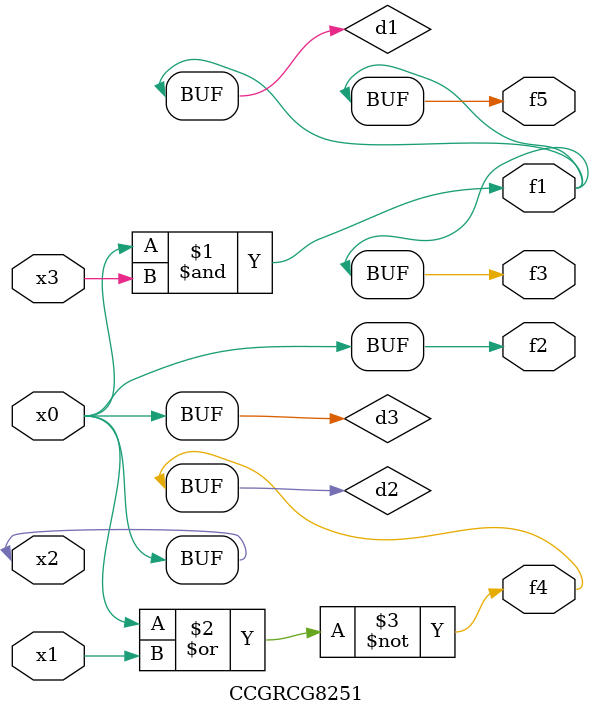
<source format=v>
module CCGRCG8251(
	input x0, x1, x2, x3,
	output f1, f2, f3, f4, f5
);

	wire d1, d2, d3;

	and (d1, x2, x3);
	nor (d2, x0, x1);
	buf (d3, x0, x2);
	assign f1 = d1;
	assign f2 = d3;
	assign f3 = d1;
	assign f4 = d2;
	assign f5 = d1;
endmodule

</source>
